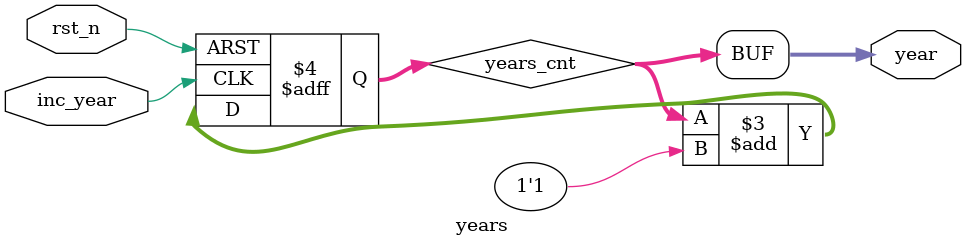
<source format=v>

module years (
    input rst_n,
    input inc_year,
    output [15:0] year
);
  reg [15:0] years_cnt;

  always @(posedge inc_year or negedge rst_n) begin
    if (!rst_n) begin
      years_cnt <= 16'd2023;
    end else begin
      years_cnt <= years_cnt + 1'b1;
    end
  end

  assign year = years_cnt;

endmodule


</source>
